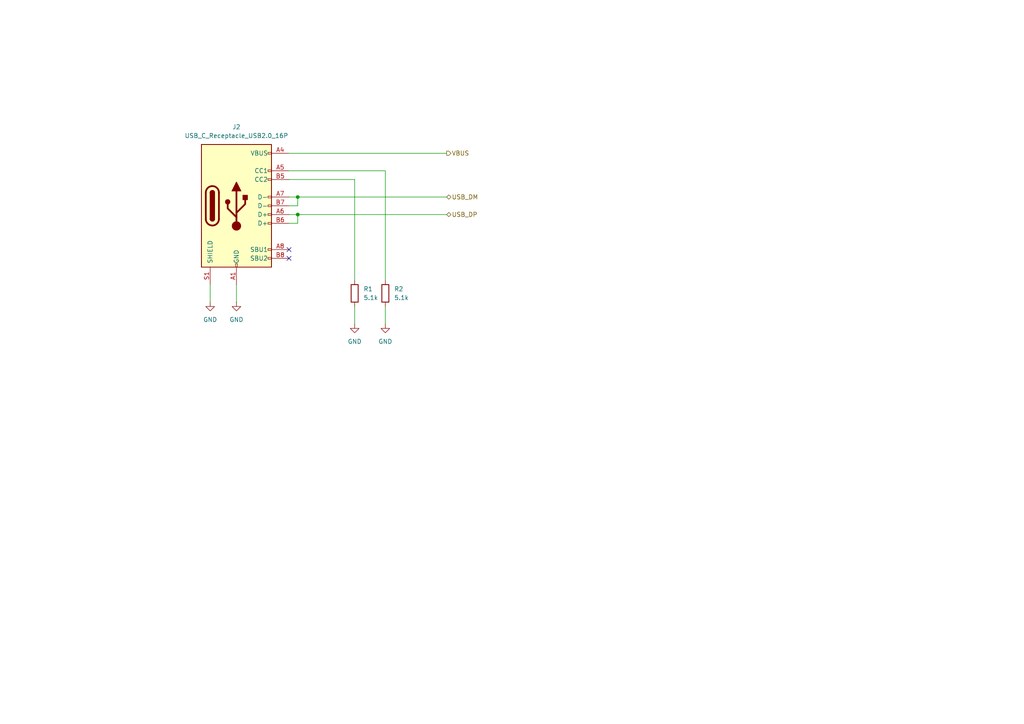
<source format=kicad_sch>
(kicad_sch (version 20250114) (generator "eeschema") (generator_version "9.0")
  (paper "A4")
  (lib_symbols
    (symbol "Connector:USB_C_Receptacle_USB2.0_16P" (pin_names (offset 1.016))
      (property "Reference" "J" (at 0 22.225 0))
      (property "Value" "USB_C_Receptacle_USB2.0_16P" (at 0 19.685 0))
      (symbol "USB_C_Receptacle_USB2.0_16P_0_0"
        (rectangle (start -0.254 -17.78) (end 0.254 -16.764))
        (rectangle (start 10.16 15.494) (end 9.144 14.986))
        (rectangle (start 10.16 10.414) (end 9.144 9.906))
        (rectangle (start 10.16 7.874) (end 9.144 7.366))
        (rectangle (start 10.16 2.794) (end 9.144 2.286))
        (rectangle (start 10.16 0.254) (end 9.144 -0.254))
        (rectangle (start 10.16 -2.286) (end 9.144 -2.794))
        (rectangle (start 10.16 -4.826) (end 9.144 -5.334))
        (rectangle (start 10.16 -12.446) (end 9.144 -12.954))
        (rectangle (start 10.16 -14.986) (end 9.144 -15.494))
      )
      (symbol "USB_C_Receptacle_USB2.0_16P_0_1"
        (rectangle (start -10.16 17.78) (end 10.16 -17.78) (stroke (width 0.254)) (fill (type background)))
        (polyline (pts (xy -8.89 -3.81) (xy -8.89 3.81)) (stroke (width 0.508)))
        (rectangle (start -7.62 -3.81) (end -6.35 3.81) (stroke (width 0.254)) (fill (type outline)))
        (arc (start -7.62 3.81) (mid -6.985 4.4423) (end -6.35 3.81) (stroke (width 0.254)))
        (arc (start -7.62 3.81) (mid -6.985 4.4423) (end -6.35 3.81) (stroke (width 0.254)) (fill (type outline)))
        (arc (start -8.89 3.81) (mid -6.985 5.7067) (end -5.08 3.81) (stroke (width 0.508)))
        (arc (start -5.08 -3.81) (mid -6.985 -5.7067) (end -8.89 -3.81) (stroke (width 0.508)))
        (arc (start -6.35 -3.81) (mid -6.985 -4.4423) (end -7.62 -3.81) (stroke (width 0.254)))
        (arc (start -6.35 -3.81) (mid -6.985 -4.4423) (end -7.62 -3.81) (stroke (width 0.254)) (fill (type outline)))
        (polyline (pts (xy -5.08 3.81) (xy -5.08 -3.81)) (stroke (width 0.508)))
        (circle (center -2.54 1.143) (radius 0.635) (stroke (width 0.254)) (fill (type outline)))
        (polyline (pts (xy -1.27 4.318) (xy 0 6.858) (xy 1.27 4.318) (xy -1.27 4.318)) (stroke (width 0.254)) (fill (type outline)))
        (polyline (pts (xy 0 -2.032) (xy 2.54 0.508) (xy 2.54 1.778)) (stroke (width 0.508)))
        (polyline (pts (xy 0 -3.302) (xy -2.54 -0.762) (xy -2.54 0.508)) (stroke (width 0.508)))
        (polyline (pts (xy 0 -5.842) (xy 0 4.318)) (stroke (width 0.508)))
        (circle (center 0 -5.842) (radius 1.27) (fill (type outline)))
        (rectangle (start 1.905 1.778) (end 3.175 3.048) (stroke (width 0.254)) (fill (type outline)))
      )
      (symbol "USB_C_Receptacle_USB2.0_16P_1_1"
        (pin passive line (at -7.62 -22.86 90) (length 5.08) (name "SHIELD") (number "S1"))
        (pin passive line (at 0 -22.86 90) (length 5.08) (name "GND") (number "A1"))
        (pin passive line (at 0 -22.86 90) (length 5.08) (hide yes) (name "GND") (number "A12"))
        (pin passive line (at 0 -22.86 90) (length 5.08) (hide yes) (name "GND") (number "B1"))
        (pin passive line (at 0 -22.86 90) (length 5.08) (hide yes) (name "GND") (number "B12"))
        (pin passive line (at 15.24 15.24 180) (length 5.08) (name "VBUS") (number "A4"))
        (pin passive line (at 15.24 15.24 180) (length 5.08) (hide yes) (name "VBUS") (number "A9"))
        (pin passive line (at 15.24 15.24 180) (length 5.08) (hide yes) (name "VBUS") (number "B4"))
        (pin passive line (at 15.24 15.24 180) (length 5.08) (hide yes) (name "VBUS") (number "B9"))
        (pin bidirectional line (at 15.24 10.16 180) (length 5.08) (name "CC1") (number "A5"))
        (pin bidirectional line (at 15.24 7.62 180) (length 5.08) (name "CC2") (number "B5"))
        (pin bidirectional line (at 15.24 2.54 180) (length 5.08) (name "D-") (number "A7"))
        (pin bidirectional line (at 15.24 0 180) (length 5.08) (name "D-") (number "B7"))
        (pin bidirectional line (at 15.24 -2.54 180) (length 5.08) (name "D+") (number "A6"))
        (pin bidirectional line (at 15.24 -5.08 180) (length 5.08) (name "D+") (number "B6"))
        (pin bidirectional line (at 15.24 -12.7 180) (length 5.08) (name "SBU1") (number "A8"))
        (pin bidirectional line (at 15.24 -15.24 180) (length 5.08) (name "SBU2") (number "B8"))
      )
    )
    (symbol "Device:R" (pin_numbers (hide yes)) (pin_names (offset 0))
      (property "Reference" "R" (at 2.032 0 90))
      (property "Value" "R" (at 0 0 90))
      (symbol "R_0_1"
        (rectangle (start -1.016 -2.54) (end 1.016 2.54) (stroke (width 0.254)))
      )
      (symbol "R_1_1"
        (pin passive line (at 0 3.81 270) (length 1.27) (name "~") (number "1"))
        (pin passive line (at 0 -3.81 90) (length 1.27) (name "~") (number "2"))
      )
    )
    (symbol "power:GND" (power) (pin_numbers (hide yes)) (pin_names (offset 0) (hide yes))
      (property "Value" "GND" (at 0 -3.81 0))
      (symbol "GND_0_1"
        (polyline (pts (xy 0 0) (xy 0 -1.27) (xy 1.27 -1.27) (xy 0 -2.54) (xy -1.27 -1.27) (xy 0 -1.27)))
      )
      (symbol "GND_1_1"
        (pin power_in line (at 0 0 270) (length 0) (name "~") (number "1"))
      )
    )
  )
  (junction (at 86.36 62.23))
  (junction (at 86.36 57.15))
  (no_connect (at 83.82 72.39))
  (no_connect (at 83.82 74.93))
  (wire (pts (xy 86.36 57.15) (xy 129.54 57.15)))
  (wire (pts (xy 68.58 82.55) (xy 68.58 87.63)))
  (wire (pts (xy 111.76 49.53) (xy 111.76 81.28)))
  (wire (pts (xy 86.36 57.15) (xy 86.36 59.69)))
  (wire (pts (xy 83.82 57.15) (xy 86.36 57.15)))
  (wire (pts (xy 83.82 44.45) (xy 129.54 44.45)))
  (wire (pts (xy 102.87 52.07) (xy 102.87 81.28)))
  (wire (pts (xy 83.82 62.23) (xy 86.36 62.23)))
  (wire (pts (xy 83.82 59.69) (xy 86.36 59.69)))
  (wire (pts (xy 83.82 49.53) (xy 111.76 49.53)))
  (wire (pts (xy 111.76 88.9) (xy 111.76 93.98)))
  (wire (pts (xy 86.36 62.23) (xy 129.54 62.23)))
  (wire (pts (xy 102.87 88.9) (xy 102.87 93.98)))
  (wire (pts (xy 83.82 52.07) (xy 102.87 52.07)))
  (wire (pts (xy 86.36 62.23) (xy 86.36 64.77)))
  (wire (pts (xy 83.82 64.77) (xy 86.36 64.77)))
  (wire (pts (xy 60.96 82.55) (xy 60.96 87.63)))
  (hierarchical_label "USB_DM" (shape bidirectional) (at 129.54 57.15 0))
  (hierarchical_label "VBUS" (shape output) (at 129.54 44.45 0))
  (hierarchical_label "USB_DP" (shape bidirectional) (at 129.54 62.23 0))
  (symbol (lib_id "Device:R") (at 102.87 85.09 0) (unit 1)
    (property "Reference" "R1" (at 105.41 83.8199 0) (effects (justify left)))
    (property "Value" "5.1k" (at 105.41 86.3599 0) (effects (justify left)))
    (property "Footprint" "Resistor_SMD:R_0603_1608Metric" (effects (hide yes)))
    (property "Description" "Resistor" (effects (hide yes)))
  )
  (symbol (lib_id "power:GND") (at 102.87 93.98 0) (unit 1)
    (property "Reference" "#PWR07" (effects (hide yes)))
    (property "Value" "GND" (at 102.87 99.06 0))
    (property "Description" "Power symbol creates a global label with name \"GND\" , ground" (effects (hide yes)))
  )
  (symbol (lib_id "power:GND") (at 60.96 87.63 0) (unit 1)
    (property "Reference" "#PWR05" (effects (hide yes)))
    (property "Value" "GND" (at 60.96 92.71 0))
    (property "Description" "Power symbol creates a global label with name \"GND\" , ground" (effects (hide yes)))
  )
  (symbol (lib_id "Connector:USB_C_Receptacle_USB2.0_16P") (at 68.58 59.69 0) (unit 1)
    (property "Reference" "J2" (at 68.58 36.83 0))
    (property "Value" "USB_C_Receptacle_USB2.0_16P" (at 68.58 39.37 0))
    (property "Footprint" "Connector_USB:USB_C_Receptacle_G-Switch_GT-USB-7010ASV" (effects (hide yes)))
    (property "Datasheet" "https://www.usb.org/sites/default/files/documents/usb_type-c.zip" (effects (hide yes)))
    (property "Description" "USB 2.0-only 16P Type-C Receptacle connector" (effects (hide yes)))
  )
  (symbol (lib_id "power:GND") (at 111.76 93.98 0) (unit 1)
    (property "Reference" "#PWR08" (effects (hide yes)))
    (property "Value" "GND" (at 111.76 99.06 0))
    (property "Description" "Power symbol creates a global label with name \"GND\" , ground" (effects (hide yes)))
  )
  (symbol (lib_id "Device:R") (at 111.76 85.09 0) (unit 1)
    (property "Reference" "R2" (at 114.3 83.8199 0) (effects (justify left)))
    (property "Value" "5.1k" (at 114.3 86.3599 0) (effects (justify left)))
    (property "Footprint" "Resistor_SMD:R_0603_1608Metric" (effects (hide yes)))
    (property "Description" "Resistor" (effects (hide yes)))
  )
  (symbol (lib_id "power:GND") (at 68.58 87.63 0) (unit 1)
    (property "Reference" "#PWR06" (effects (hide yes)))
    (property "Value" "GND" (at 68.58 92.71 0))
    (property "Description" "Power symbol creates a global label with name \"GND\" , ground" (effects (hide yes)))
  )
)
</source>
